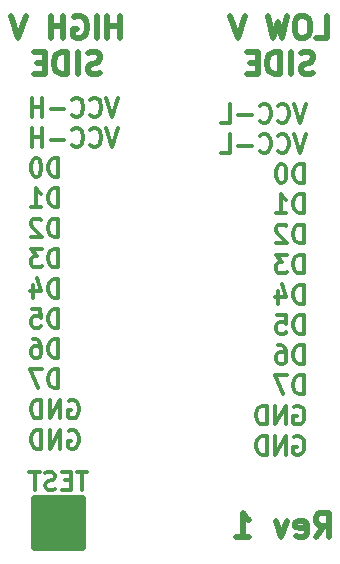
<source format=gbo>
G04 #@! TF.GenerationSoftware,KiCad,Pcbnew,(6.0.1)*
G04 #@! TF.CreationDate,2022-08-20T07:42:28-04:00*
G04 #@! TF.ProjectId,SH-LEV-01,53482d4c-4556-42d3-9031-2e6b69636164,1*
G04 #@! TF.SameCoordinates,Original*
G04 #@! TF.FileFunction,Legend,Bot*
G04 #@! TF.FilePolarity,Positive*
%FSLAX46Y46*%
G04 Gerber Fmt 4.6, Leading zero omitted, Abs format (unit mm)*
G04 Created by KiCad (PCBNEW (6.0.1)) date 2022-08-20 07:42:28*
%MOMM*%
%LPD*%
G01*
G04 APERTURE LIST*
%ADD10C,0.476250*%
%ADD11C,0.304800*%
%ADD12C,0.508000*%
%ADD13C,0.650000*%
G04 APERTURE END LIST*
D10*
X46828528Y-13653860D02*
X47735671Y-13653860D01*
X47735671Y-11748860D01*
X45830671Y-11748860D02*
X45467814Y-11748860D01*
X45286385Y-11839575D01*
X45104957Y-12021003D01*
X45014242Y-12383860D01*
X45014242Y-13018860D01*
X45104957Y-13381717D01*
X45286385Y-13563146D01*
X45467814Y-13653860D01*
X45830671Y-13653860D01*
X46012100Y-13563146D01*
X46193528Y-13381717D01*
X46284242Y-13018860D01*
X46284242Y-12383860D01*
X46193528Y-12021003D01*
X46012100Y-11839575D01*
X45830671Y-11748860D01*
X44379242Y-11748860D02*
X43925671Y-13653860D01*
X43562814Y-12293146D01*
X43199957Y-13653860D01*
X42746385Y-11748860D01*
X40841385Y-11748860D02*
X40206385Y-13653860D01*
X39571385Y-11748860D01*
X46601742Y-16630196D02*
X46329600Y-16720910D01*
X45876028Y-16720910D01*
X45694600Y-16630196D01*
X45603885Y-16539482D01*
X45513171Y-16358053D01*
X45513171Y-16176625D01*
X45603885Y-15995196D01*
X45694600Y-15904482D01*
X45876028Y-15813767D01*
X46238885Y-15723053D01*
X46420314Y-15632339D01*
X46511028Y-15541625D01*
X46601742Y-15360196D01*
X46601742Y-15178767D01*
X46511028Y-14997339D01*
X46420314Y-14906625D01*
X46238885Y-14815910D01*
X45785314Y-14815910D01*
X45513171Y-14906625D01*
X44696742Y-16720910D02*
X44696742Y-14815910D01*
X43789600Y-16720910D02*
X43789600Y-14815910D01*
X43336028Y-14815910D01*
X43063885Y-14906625D01*
X42882457Y-15088053D01*
X42791742Y-15269482D01*
X42701028Y-15632339D01*
X42701028Y-15904482D01*
X42791742Y-16267339D01*
X42882457Y-16448767D01*
X43063885Y-16630196D01*
X43336028Y-16720910D01*
X43789600Y-16720910D01*
X41884600Y-15723053D02*
X41249600Y-15723053D01*
X40977457Y-16720910D02*
X41884600Y-16720910D01*
X41884600Y-14815910D01*
X40977457Y-14815910D01*
X30245957Y-13653860D02*
X30245957Y-11748860D01*
X30245957Y-12656003D02*
X29157385Y-12656003D01*
X29157385Y-13653860D02*
X29157385Y-11748860D01*
X28250242Y-13653860D02*
X28250242Y-11748860D01*
X26345242Y-11839575D02*
X26526671Y-11748860D01*
X26798814Y-11748860D01*
X27070957Y-11839575D01*
X27252385Y-12021003D01*
X27343100Y-12202432D01*
X27433814Y-12565289D01*
X27433814Y-12837432D01*
X27343100Y-13200289D01*
X27252385Y-13381717D01*
X27070957Y-13563146D01*
X26798814Y-13653860D01*
X26617385Y-13653860D01*
X26345242Y-13563146D01*
X26254528Y-13472432D01*
X26254528Y-12837432D01*
X26617385Y-12837432D01*
X25438100Y-13653860D02*
X25438100Y-11748860D01*
X25438100Y-12656003D02*
X24349528Y-12656003D01*
X24349528Y-13653860D02*
X24349528Y-11748860D01*
X22263100Y-11748860D02*
X21628100Y-13653860D01*
X20993100Y-11748860D01*
X28567742Y-16630196D02*
X28295600Y-16720910D01*
X27842028Y-16720910D01*
X27660600Y-16630196D01*
X27569885Y-16539482D01*
X27479171Y-16358053D01*
X27479171Y-16176625D01*
X27569885Y-15995196D01*
X27660600Y-15904482D01*
X27842028Y-15813767D01*
X28204885Y-15723053D01*
X28386314Y-15632339D01*
X28477028Y-15541625D01*
X28567742Y-15360196D01*
X28567742Y-15178767D01*
X28477028Y-14997339D01*
X28386314Y-14906625D01*
X28204885Y-14815910D01*
X27751314Y-14815910D01*
X27479171Y-14906625D01*
X26662742Y-16720910D02*
X26662742Y-14815910D01*
X25755600Y-16720910D02*
X25755600Y-14815910D01*
X25302028Y-14815910D01*
X25029885Y-14906625D01*
X24848457Y-15088053D01*
X24757742Y-15269482D01*
X24667028Y-15632339D01*
X24667028Y-15904482D01*
X24757742Y-16267339D01*
X24848457Y-16448767D01*
X25029885Y-16630196D01*
X25302028Y-16720910D01*
X25755600Y-16720910D01*
X23850600Y-15723053D02*
X23215600Y-15723053D01*
X22943457Y-16720910D02*
X23850600Y-16720910D01*
X23850600Y-14815910D01*
X22943457Y-14815910D01*
D11*
X30090291Y-18702942D02*
X29582291Y-20290442D01*
X29074291Y-18702942D01*
X27695434Y-20139252D02*
X27768005Y-20214847D01*
X27985720Y-20290442D01*
X28130862Y-20290442D01*
X28348577Y-20214847D01*
X28493720Y-20063657D01*
X28566291Y-19912466D01*
X28638862Y-19610085D01*
X28638862Y-19383299D01*
X28566291Y-19080918D01*
X28493720Y-18929728D01*
X28348577Y-18778538D01*
X28130862Y-18702942D01*
X27985720Y-18702942D01*
X27768005Y-18778538D01*
X27695434Y-18854133D01*
X26171434Y-20139252D02*
X26244005Y-20214847D01*
X26461720Y-20290442D01*
X26606862Y-20290442D01*
X26824577Y-20214847D01*
X26969720Y-20063657D01*
X27042291Y-19912466D01*
X27114862Y-19610085D01*
X27114862Y-19383299D01*
X27042291Y-19080918D01*
X26969720Y-18929728D01*
X26824577Y-18778538D01*
X26606862Y-18702942D01*
X26461720Y-18702942D01*
X26244005Y-18778538D01*
X26171434Y-18854133D01*
X25518291Y-19685680D02*
X24357148Y-19685680D01*
X23631434Y-20290442D02*
X23631434Y-18702942D01*
X23631434Y-19458895D02*
X22760577Y-19458895D01*
X22760577Y-20290442D02*
X22760577Y-18702942D01*
X30090291Y-21258817D02*
X29582291Y-22846317D01*
X29074291Y-21258817D01*
X27695434Y-22695127D02*
X27768005Y-22770722D01*
X27985720Y-22846317D01*
X28130862Y-22846317D01*
X28348577Y-22770722D01*
X28493720Y-22619532D01*
X28566291Y-22468341D01*
X28638862Y-22165960D01*
X28638862Y-21939174D01*
X28566291Y-21636793D01*
X28493720Y-21485603D01*
X28348577Y-21334413D01*
X28130862Y-21258817D01*
X27985720Y-21258817D01*
X27768005Y-21334413D01*
X27695434Y-21410008D01*
X26171434Y-22695127D02*
X26244005Y-22770722D01*
X26461720Y-22846317D01*
X26606862Y-22846317D01*
X26824577Y-22770722D01*
X26969720Y-22619532D01*
X27042291Y-22468341D01*
X27114862Y-22165960D01*
X27114862Y-21939174D01*
X27042291Y-21636793D01*
X26969720Y-21485603D01*
X26824577Y-21334413D01*
X26606862Y-21258817D01*
X26461720Y-21258817D01*
X26244005Y-21334413D01*
X26171434Y-21410008D01*
X25518291Y-22241555D02*
X24357148Y-22241555D01*
X23631434Y-22846317D02*
X23631434Y-21258817D01*
X23631434Y-22014770D02*
X22760577Y-22014770D01*
X22760577Y-22846317D02*
X22760577Y-21258817D01*
X25010291Y-25402192D02*
X25010291Y-23814692D01*
X24647434Y-23814692D01*
X24429720Y-23890288D01*
X24284577Y-24041478D01*
X24212005Y-24192668D01*
X24139434Y-24495049D01*
X24139434Y-24721835D01*
X24212005Y-25024216D01*
X24284577Y-25175407D01*
X24429720Y-25326597D01*
X24647434Y-25402192D01*
X25010291Y-25402192D01*
X23196005Y-23814692D02*
X23050862Y-23814692D01*
X22905720Y-23890288D01*
X22833148Y-23965883D01*
X22760577Y-24117073D01*
X22688005Y-24419454D01*
X22688005Y-24797430D01*
X22760577Y-25099811D01*
X22833148Y-25251002D01*
X22905720Y-25326597D01*
X23050862Y-25402192D01*
X23196005Y-25402192D01*
X23341148Y-25326597D01*
X23413720Y-25251002D01*
X23486291Y-25099811D01*
X23558862Y-24797430D01*
X23558862Y-24419454D01*
X23486291Y-24117073D01*
X23413720Y-23965883D01*
X23341148Y-23890288D01*
X23196005Y-23814692D01*
X25010291Y-27958067D02*
X25010291Y-26370567D01*
X24647434Y-26370567D01*
X24429720Y-26446163D01*
X24284577Y-26597353D01*
X24212005Y-26748543D01*
X24139434Y-27050924D01*
X24139434Y-27277710D01*
X24212005Y-27580091D01*
X24284577Y-27731282D01*
X24429720Y-27882472D01*
X24647434Y-27958067D01*
X25010291Y-27958067D01*
X22688005Y-27958067D02*
X23558862Y-27958067D01*
X23123434Y-27958067D02*
X23123434Y-26370567D01*
X23268577Y-26597353D01*
X23413720Y-26748543D01*
X23558862Y-26824139D01*
X25010291Y-30513942D02*
X25010291Y-28926442D01*
X24647434Y-28926442D01*
X24429720Y-29002038D01*
X24284577Y-29153228D01*
X24212005Y-29304418D01*
X24139434Y-29606799D01*
X24139434Y-29833585D01*
X24212005Y-30135966D01*
X24284577Y-30287157D01*
X24429720Y-30438347D01*
X24647434Y-30513942D01*
X25010291Y-30513942D01*
X23558862Y-29077633D02*
X23486291Y-29002038D01*
X23341148Y-28926442D01*
X22978291Y-28926442D01*
X22833148Y-29002038D01*
X22760577Y-29077633D01*
X22688005Y-29228823D01*
X22688005Y-29380014D01*
X22760577Y-29606799D01*
X23631434Y-30513942D01*
X22688005Y-30513942D01*
X25010291Y-33069817D02*
X25010291Y-31482317D01*
X24647434Y-31482317D01*
X24429720Y-31557913D01*
X24284577Y-31709103D01*
X24212005Y-31860293D01*
X24139434Y-32162674D01*
X24139434Y-32389460D01*
X24212005Y-32691841D01*
X24284577Y-32843032D01*
X24429720Y-32994222D01*
X24647434Y-33069817D01*
X25010291Y-33069817D01*
X23631434Y-31482317D02*
X22688005Y-31482317D01*
X23196005Y-32087079D01*
X22978291Y-32087079D01*
X22833148Y-32162674D01*
X22760577Y-32238270D01*
X22688005Y-32389460D01*
X22688005Y-32767436D01*
X22760577Y-32918627D01*
X22833148Y-32994222D01*
X22978291Y-33069817D01*
X23413720Y-33069817D01*
X23558862Y-32994222D01*
X23631434Y-32918627D01*
X25010291Y-35625692D02*
X25010291Y-34038192D01*
X24647434Y-34038192D01*
X24429720Y-34113788D01*
X24284577Y-34264978D01*
X24212005Y-34416168D01*
X24139434Y-34718549D01*
X24139434Y-34945335D01*
X24212005Y-35247716D01*
X24284577Y-35398907D01*
X24429720Y-35550097D01*
X24647434Y-35625692D01*
X25010291Y-35625692D01*
X22833148Y-34567359D02*
X22833148Y-35625692D01*
X23196005Y-33962597D02*
X23558862Y-35096526D01*
X22615434Y-35096526D01*
X25010291Y-38181567D02*
X25010291Y-36594067D01*
X24647434Y-36594067D01*
X24429720Y-36669663D01*
X24284577Y-36820853D01*
X24212005Y-36972043D01*
X24139434Y-37274424D01*
X24139434Y-37501210D01*
X24212005Y-37803591D01*
X24284577Y-37954782D01*
X24429720Y-38105972D01*
X24647434Y-38181567D01*
X25010291Y-38181567D01*
X22760577Y-36594067D02*
X23486291Y-36594067D01*
X23558862Y-37350020D01*
X23486291Y-37274424D01*
X23341148Y-37198829D01*
X22978291Y-37198829D01*
X22833148Y-37274424D01*
X22760577Y-37350020D01*
X22688005Y-37501210D01*
X22688005Y-37879186D01*
X22760577Y-38030377D01*
X22833148Y-38105972D01*
X22978291Y-38181567D01*
X23341148Y-38181567D01*
X23486291Y-38105972D01*
X23558862Y-38030377D01*
X25010291Y-40737442D02*
X25010291Y-39149942D01*
X24647434Y-39149942D01*
X24429720Y-39225538D01*
X24284577Y-39376728D01*
X24212005Y-39527918D01*
X24139434Y-39830299D01*
X24139434Y-40057085D01*
X24212005Y-40359466D01*
X24284577Y-40510657D01*
X24429720Y-40661847D01*
X24647434Y-40737442D01*
X25010291Y-40737442D01*
X22833148Y-39149942D02*
X23123434Y-39149942D01*
X23268577Y-39225538D01*
X23341148Y-39301133D01*
X23486291Y-39527918D01*
X23558862Y-39830299D01*
X23558862Y-40435061D01*
X23486291Y-40586252D01*
X23413720Y-40661847D01*
X23268577Y-40737442D01*
X22978291Y-40737442D01*
X22833148Y-40661847D01*
X22760577Y-40586252D01*
X22688005Y-40435061D01*
X22688005Y-40057085D01*
X22760577Y-39905895D01*
X22833148Y-39830299D01*
X22978291Y-39754704D01*
X23268577Y-39754704D01*
X23413720Y-39830299D01*
X23486291Y-39905895D01*
X23558862Y-40057085D01*
X25010291Y-43293317D02*
X25010291Y-41705817D01*
X24647434Y-41705817D01*
X24429720Y-41781413D01*
X24284577Y-41932603D01*
X24212005Y-42083793D01*
X24139434Y-42386174D01*
X24139434Y-42612960D01*
X24212005Y-42915341D01*
X24284577Y-43066532D01*
X24429720Y-43217722D01*
X24647434Y-43293317D01*
X25010291Y-43293317D01*
X23631434Y-41705817D02*
X22615434Y-41705817D01*
X23268577Y-43293317D01*
X25881148Y-44337288D02*
X26026291Y-44261692D01*
X26244005Y-44261692D01*
X26461720Y-44337288D01*
X26606862Y-44488478D01*
X26679434Y-44639668D01*
X26752005Y-44942049D01*
X26752005Y-45168835D01*
X26679434Y-45471216D01*
X26606862Y-45622407D01*
X26461720Y-45773597D01*
X26244005Y-45849192D01*
X26098862Y-45849192D01*
X25881148Y-45773597D01*
X25808577Y-45698002D01*
X25808577Y-45168835D01*
X26098862Y-45168835D01*
X25155434Y-45849192D02*
X25155434Y-44261692D01*
X24284577Y-45849192D01*
X24284577Y-44261692D01*
X23558862Y-45849192D02*
X23558862Y-44261692D01*
X23196005Y-44261692D01*
X22978291Y-44337288D01*
X22833148Y-44488478D01*
X22760577Y-44639668D01*
X22688005Y-44942049D01*
X22688005Y-45168835D01*
X22760577Y-45471216D01*
X22833148Y-45622407D01*
X22978291Y-45773597D01*
X23196005Y-45849192D01*
X23558862Y-45849192D01*
X25881148Y-46893163D02*
X26026291Y-46817567D01*
X26244005Y-46817567D01*
X26461720Y-46893163D01*
X26606862Y-47044353D01*
X26679434Y-47195543D01*
X26752005Y-47497924D01*
X26752005Y-47724710D01*
X26679434Y-48027091D01*
X26606862Y-48178282D01*
X26461720Y-48329472D01*
X26244005Y-48405067D01*
X26098862Y-48405067D01*
X25881148Y-48329472D01*
X25808577Y-48253877D01*
X25808577Y-47724710D01*
X26098862Y-47724710D01*
X25155434Y-48405067D02*
X25155434Y-46817567D01*
X24284577Y-48405067D01*
X24284577Y-46817567D01*
X23558862Y-48405067D02*
X23558862Y-46817567D01*
X23196005Y-46817567D01*
X22978291Y-46893163D01*
X22833148Y-47044353D01*
X22760577Y-47195543D01*
X22688005Y-47497924D01*
X22688005Y-47724710D01*
X22760577Y-48027091D01*
X22833148Y-48178282D01*
X22978291Y-48329472D01*
X23196005Y-48405067D01*
X23558862Y-48405067D01*
X45986337Y-19210942D02*
X45478337Y-20798442D01*
X44970337Y-19210942D01*
X43591480Y-20647252D02*
X43664051Y-20722847D01*
X43881765Y-20798442D01*
X44026908Y-20798442D01*
X44244622Y-20722847D01*
X44389765Y-20571657D01*
X44462337Y-20420466D01*
X44534908Y-20118085D01*
X44534908Y-19891299D01*
X44462337Y-19588918D01*
X44389765Y-19437728D01*
X44244622Y-19286538D01*
X44026908Y-19210942D01*
X43881765Y-19210942D01*
X43664051Y-19286538D01*
X43591480Y-19362133D01*
X42067480Y-20647252D02*
X42140051Y-20722847D01*
X42357765Y-20798442D01*
X42502908Y-20798442D01*
X42720622Y-20722847D01*
X42865765Y-20571657D01*
X42938337Y-20420466D01*
X43010908Y-20118085D01*
X43010908Y-19891299D01*
X42938337Y-19588918D01*
X42865765Y-19437728D01*
X42720622Y-19286538D01*
X42502908Y-19210942D01*
X42357765Y-19210942D01*
X42140051Y-19286538D01*
X42067480Y-19362133D01*
X41414337Y-20193680D02*
X40253194Y-20193680D01*
X38801765Y-20798442D02*
X39527480Y-20798442D01*
X39527480Y-19210942D01*
X45986337Y-21766817D02*
X45478337Y-23354317D01*
X44970337Y-21766817D01*
X43591480Y-23203127D02*
X43664051Y-23278722D01*
X43881765Y-23354317D01*
X44026908Y-23354317D01*
X44244622Y-23278722D01*
X44389765Y-23127532D01*
X44462337Y-22976341D01*
X44534908Y-22673960D01*
X44534908Y-22447174D01*
X44462337Y-22144793D01*
X44389765Y-21993603D01*
X44244622Y-21842413D01*
X44026908Y-21766817D01*
X43881765Y-21766817D01*
X43664051Y-21842413D01*
X43591480Y-21918008D01*
X42067480Y-23203127D02*
X42140051Y-23278722D01*
X42357765Y-23354317D01*
X42502908Y-23354317D01*
X42720622Y-23278722D01*
X42865765Y-23127532D01*
X42938337Y-22976341D01*
X43010908Y-22673960D01*
X43010908Y-22447174D01*
X42938337Y-22144793D01*
X42865765Y-21993603D01*
X42720622Y-21842413D01*
X42502908Y-21766817D01*
X42357765Y-21766817D01*
X42140051Y-21842413D01*
X42067480Y-21918008D01*
X41414337Y-22749555D02*
X40253194Y-22749555D01*
X38801765Y-23354317D02*
X39527480Y-23354317D01*
X39527480Y-21766817D01*
X45768622Y-25910192D02*
X45768622Y-24322692D01*
X45405765Y-24322692D01*
X45188051Y-24398288D01*
X45042908Y-24549478D01*
X44970337Y-24700668D01*
X44897765Y-25003049D01*
X44897765Y-25229835D01*
X44970337Y-25532216D01*
X45042908Y-25683407D01*
X45188051Y-25834597D01*
X45405765Y-25910192D01*
X45768622Y-25910192D01*
X43954337Y-24322692D02*
X43809194Y-24322692D01*
X43664051Y-24398288D01*
X43591480Y-24473883D01*
X43518908Y-24625073D01*
X43446337Y-24927454D01*
X43446337Y-25305430D01*
X43518908Y-25607811D01*
X43591480Y-25759002D01*
X43664051Y-25834597D01*
X43809194Y-25910192D01*
X43954337Y-25910192D01*
X44099480Y-25834597D01*
X44172051Y-25759002D01*
X44244622Y-25607811D01*
X44317194Y-25305430D01*
X44317194Y-24927454D01*
X44244622Y-24625073D01*
X44172051Y-24473883D01*
X44099480Y-24398288D01*
X43954337Y-24322692D01*
X45768622Y-28466067D02*
X45768622Y-26878567D01*
X45405765Y-26878567D01*
X45188051Y-26954163D01*
X45042908Y-27105353D01*
X44970337Y-27256543D01*
X44897765Y-27558924D01*
X44897765Y-27785710D01*
X44970337Y-28088091D01*
X45042908Y-28239282D01*
X45188051Y-28390472D01*
X45405765Y-28466067D01*
X45768622Y-28466067D01*
X43446337Y-28466067D02*
X44317194Y-28466067D01*
X43881765Y-28466067D02*
X43881765Y-26878567D01*
X44026908Y-27105353D01*
X44172051Y-27256543D01*
X44317194Y-27332139D01*
X45768622Y-31021942D02*
X45768622Y-29434442D01*
X45405765Y-29434442D01*
X45188051Y-29510038D01*
X45042908Y-29661228D01*
X44970337Y-29812418D01*
X44897765Y-30114799D01*
X44897765Y-30341585D01*
X44970337Y-30643966D01*
X45042908Y-30795157D01*
X45188051Y-30946347D01*
X45405765Y-31021942D01*
X45768622Y-31021942D01*
X44317194Y-29585633D02*
X44244622Y-29510038D01*
X44099480Y-29434442D01*
X43736622Y-29434442D01*
X43591480Y-29510038D01*
X43518908Y-29585633D01*
X43446337Y-29736823D01*
X43446337Y-29888014D01*
X43518908Y-30114799D01*
X44389765Y-31021942D01*
X43446337Y-31021942D01*
X45768622Y-33577817D02*
X45768622Y-31990317D01*
X45405765Y-31990317D01*
X45188051Y-32065913D01*
X45042908Y-32217103D01*
X44970337Y-32368293D01*
X44897765Y-32670674D01*
X44897765Y-32897460D01*
X44970337Y-33199841D01*
X45042908Y-33351032D01*
X45188051Y-33502222D01*
X45405765Y-33577817D01*
X45768622Y-33577817D01*
X44389765Y-31990317D02*
X43446337Y-31990317D01*
X43954337Y-32595079D01*
X43736622Y-32595079D01*
X43591480Y-32670674D01*
X43518908Y-32746270D01*
X43446337Y-32897460D01*
X43446337Y-33275436D01*
X43518908Y-33426627D01*
X43591480Y-33502222D01*
X43736622Y-33577817D01*
X44172051Y-33577817D01*
X44317194Y-33502222D01*
X44389765Y-33426627D01*
X45768622Y-36133692D02*
X45768622Y-34546192D01*
X45405765Y-34546192D01*
X45188051Y-34621788D01*
X45042908Y-34772978D01*
X44970337Y-34924168D01*
X44897765Y-35226549D01*
X44897765Y-35453335D01*
X44970337Y-35755716D01*
X45042908Y-35906907D01*
X45188051Y-36058097D01*
X45405765Y-36133692D01*
X45768622Y-36133692D01*
X43591480Y-35075359D02*
X43591480Y-36133692D01*
X43954337Y-34470597D02*
X44317194Y-35604526D01*
X43373765Y-35604526D01*
X45768622Y-38689567D02*
X45768622Y-37102067D01*
X45405765Y-37102067D01*
X45188051Y-37177663D01*
X45042908Y-37328853D01*
X44970337Y-37480043D01*
X44897765Y-37782424D01*
X44897765Y-38009210D01*
X44970337Y-38311591D01*
X45042908Y-38462782D01*
X45188051Y-38613972D01*
X45405765Y-38689567D01*
X45768622Y-38689567D01*
X43518908Y-37102067D02*
X44244622Y-37102067D01*
X44317194Y-37858020D01*
X44244622Y-37782424D01*
X44099480Y-37706829D01*
X43736622Y-37706829D01*
X43591480Y-37782424D01*
X43518908Y-37858020D01*
X43446337Y-38009210D01*
X43446337Y-38387186D01*
X43518908Y-38538377D01*
X43591480Y-38613972D01*
X43736622Y-38689567D01*
X44099480Y-38689567D01*
X44244622Y-38613972D01*
X44317194Y-38538377D01*
X45768622Y-41245442D02*
X45768622Y-39657942D01*
X45405765Y-39657942D01*
X45188051Y-39733538D01*
X45042908Y-39884728D01*
X44970337Y-40035918D01*
X44897765Y-40338299D01*
X44897765Y-40565085D01*
X44970337Y-40867466D01*
X45042908Y-41018657D01*
X45188051Y-41169847D01*
X45405765Y-41245442D01*
X45768622Y-41245442D01*
X43591480Y-39657942D02*
X43881765Y-39657942D01*
X44026908Y-39733538D01*
X44099480Y-39809133D01*
X44244622Y-40035918D01*
X44317194Y-40338299D01*
X44317194Y-40943061D01*
X44244622Y-41094252D01*
X44172051Y-41169847D01*
X44026908Y-41245442D01*
X43736622Y-41245442D01*
X43591480Y-41169847D01*
X43518908Y-41094252D01*
X43446337Y-40943061D01*
X43446337Y-40565085D01*
X43518908Y-40413895D01*
X43591480Y-40338299D01*
X43736622Y-40262704D01*
X44026908Y-40262704D01*
X44172051Y-40338299D01*
X44244622Y-40413895D01*
X44317194Y-40565085D01*
X45768622Y-43801317D02*
X45768622Y-42213817D01*
X45405765Y-42213817D01*
X45188051Y-42289413D01*
X45042908Y-42440603D01*
X44970337Y-42591793D01*
X44897765Y-42894174D01*
X44897765Y-43120960D01*
X44970337Y-43423341D01*
X45042908Y-43574532D01*
X45188051Y-43725722D01*
X45405765Y-43801317D01*
X45768622Y-43801317D01*
X44389765Y-42213817D02*
X43373765Y-42213817D01*
X44026908Y-43801317D01*
X44970337Y-44845288D02*
X45115480Y-44769692D01*
X45333194Y-44769692D01*
X45550908Y-44845288D01*
X45696051Y-44996478D01*
X45768622Y-45147668D01*
X45841194Y-45450049D01*
X45841194Y-45676835D01*
X45768622Y-45979216D01*
X45696051Y-46130407D01*
X45550908Y-46281597D01*
X45333194Y-46357192D01*
X45188051Y-46357192D01*
X44970337Y-46281597D01*
X44897765Y-46206002D01*
X44897765Y-45676835D01*
X45188051Y-45676835D01*
X44244622Y-46357192D02*
X44244622Y-44769692D01*
X43373765Y-46357192D01*
X43373765Y-44769692D01*
X42648051Y-46357192D02*
X42648051Y-44769692D01*
X42285194Y-44769692D01*
X42067480Y-44845288D01*
X41922337Y-44996478D01*
X41849765Y-45147668D01*
X41777194Y-45450049D01*
X41777194Y-45676835D01*
X41849765Y-45979216D01*
X41922337Y-46130407D01*
X42067480Y-46281597D01*
X42285194Y-46357192D01*
X42648051Y-46357192D01*
X44970337Y-47401163D02*
X45115480Y-47325567D01*
X45333194Y-47325567D01*
X45550908Y-47401163D01*
X45696051Y-47552353D01*
X45768622Y-47703543D01*
X45841194Y-48005924D01*
X45841194Y-48232710D01*
X45768622Y-48535091D01*
X45696051Y-48686282D01*
X45550908Y-48837472D01*
X45333194Y-48913067D01*
X45188051Y-48913067D01*
X44970337Y-48837472D01*
X44897765Y-48761877D01*
X44897765Y-48232710D01*
X45188051Y-48232710D01*
X44244622Y-48913067D02*
X44244622Y-47325567D01*
X43373765Y-48913067D01*
X43373765Y-47325567D01*
X42648051Y-48913067D02*
X42648051Y-47325567D01*
X42285194Y-47325567D01*
X42067480Y-47401163D01*
X41922337Y-47552353D01*
X41849765Y-47703543D01*
X41777194Y-48005924D01*
X41777194Y-48232710D01*
X41849765Y-48535091D01*
X41922337Y-48686282D01*
X42067480Y-48837472D01*
X42285194Y-48913067D01*
X42648051Y-48913067D01*
D12*
X46801314Y-55884838D02*
X47478647Y-54917219D01*
X47962457Y-55884838D02*
X47962457Y-53852838D01*
X47188361Y-53852838D01*
X46994838Y-53949600D01*
X46898076Y-54046361D01*
X46801314Y-54239885D01*
X46801314Y-54530171D01*
X46898076Y-54723695D01*
X46994838Y-54820457D01*
X47188361Y-54917219D01*
X47962457Y-54917219D01*
X45156361Y-55788076D02*
X45349885Y-55884838D01*
X45736933Y-55884838D01*
X45930457Y-55788076D01*
X46027219Y-55594552D01*
X46027219Y-54820457D01*
X45930457Y-54626933D01*
X45736933Y-54530171D01*
X45349885Y-54530171D01*
X45156361Y-54626933D01*
X45059600Y-54820457D01*
X45059600Y-55013980D01*
X46027219Y-55207504D01*
X44382266Y-54530171D02*
X43898457Y-55884838D01*
X43414647Y-54530171D01*
X40027980Y-55884838D02*
X41189123Y-55884838D01*
X40608552Y-55884838D02*
X40608552Y-53852838D01*
X40802076Y-54143123D01*
X40995600Y-54336647D01*
X41189123Y-54433409D01*
D11*
X27424742Y-50377035D02*
X26553885Y-50377035D01*
X26989314Y-51901035D02*
X26989314Y-50377035D01*
X26045885Y-51102749D02*
X25537885Y-51102749D01*
X25320171Y-51901035D02*
X26045885Y-51901035D01*
X26045885Y-50377035D01*
X25320171Y-50377035D01*
X24739600Y-51828464D02*
X24521885Y-51901035D01*
X24159028Y-51901035D01*
X24013885Y-51828464D01*
X23941314Y-51755892D01*
X23868742Y-51610749D01*
X23868742Y-51465607D01*
X23941314Y-51320464D01*
X24013885Y-51247892D01*
X24159028Y-51175321D01*
X24449314Y-51102749D01*
X24594457Y-51030178D01*
X24667028Y-50957607D01*
X24739600Y-50812464D01*
X24739600Y-50667321D01*
X24667028Y-50522178D01*
X24594457Y-50449607D01*
X24449314Y-50377035D01*
X24086457Y-50377035D01*
X23868742Y-50449607D01*
X23433314Y-50377035D02*
X22562457Y-50377035D01*
X22997885Y-51901035D02*
X22997885Y-50377035D01*
D13*
X22993600Y-56211600D02*
X26993600Y-56211600D01*
X22993600Y-54711600D02*
X22993600Y-55211600D01*
X22993600Y-56711600D02*
X22993600Y-52711600D01*
X26993600Y-54211600D02*
X26993600Y-54711600D01*
X26993600Y-53211600D02*
X26993600Y-53711600D01*
X22993600Y-53711600D02*
X22993600Y-54211600D01*
X22993600Y-53211600D02*
X26993600Y-53211600D01*
X26993600Y-54711600D02*
X22993600Y-54711600D01*
X22993600Y-52711600D02*
X26993600Y-52711600D01*
X22993600Y-54211600D02*
X26993600Y-54211600D01*
X26993600Y-55711600D02*
X22993600Y-55711600D01*
X22993600Y-55211600D02*
X26493600Y-55211600D01*
X26993600Y-56711600D02*
X22993600Y-56711600D01*
X26993600Y-52711600D02*
X26993600Y-56711600D01*
X22993600Y-52711600D02*
X22993600Y-53211600D01*
X26993600Y-55211600D02*
X26993600Y-55711600D01*
X22993600Y-55711600D02*
X22993600Y-56211600D01*
X26993600Y-53711600D02*
X22993600Y-53711600D01*
X26493600Y-55211600D02*
X26993600Y-55211600D01*
M02*

</source>
